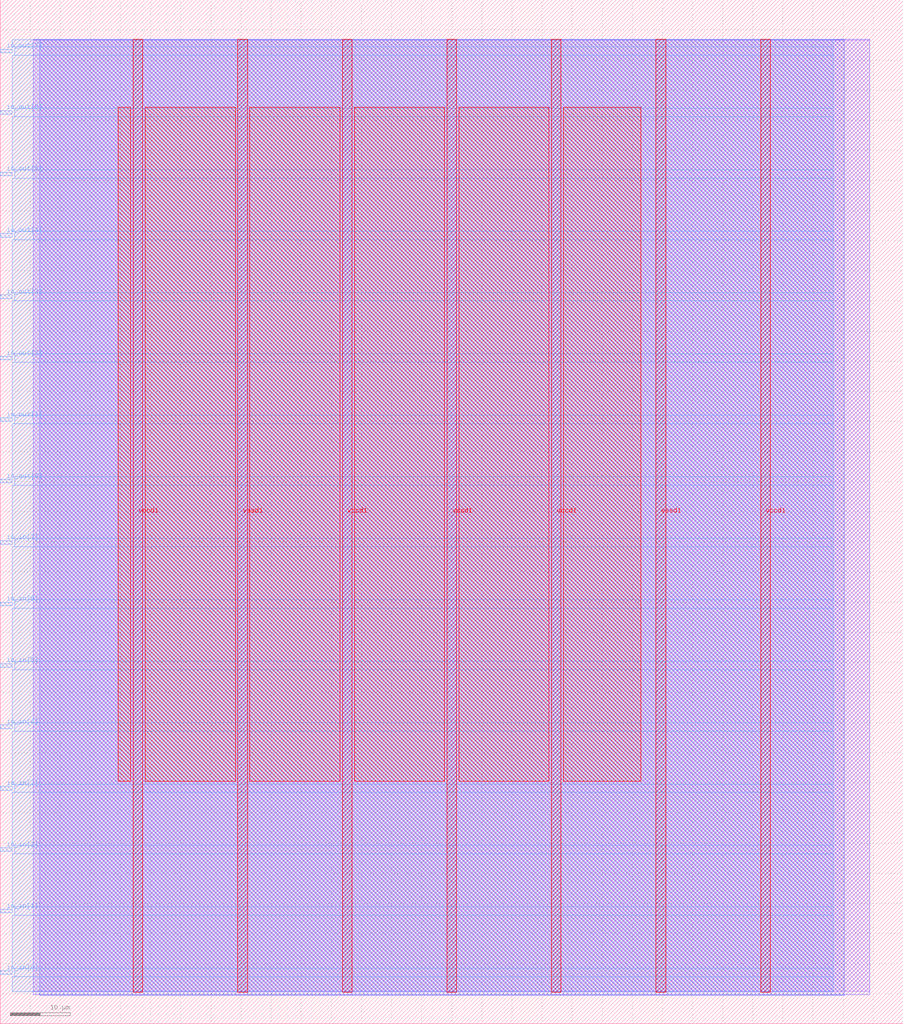
<source format=lef>
VERSION 5.7 ;
  NOWIREEXTENSIONATPIN ON ;
  DIVIDERCHAR "/" ;
  BUSBITCHARS "[]" ;
MACRO mbikovitsky_top
  CLASS BLOCK ;
  FOREIGN mbikovitsky_top ;
  ORIGIN 0.000 0.000 ;
  SIZE 150.000 BY 170.000 ;
  PIN io_in[0]
    DIRECTION INPUT ;
    USE SIGNAL ;
    PORT
      LAYER met3 ;
        RECT 0.000 8.200 2.000 8.800 ;
    END
  END io_in[0]
  PIN io_in[1]
    DIRECTION INPUT ;
    USE SIGNAL ;
    PORT
      LAYER met3 ;
        RECT 0.000 18.400 2.000 19.000 ;
    END
  END io_in[1]
  PIN io_in[2]
    DIRECTION INPUT ;
    USE SIGNAL ;
    PORT
      LAYER met3 ;
        RECT 0.000 28.600 2.000 29.200 ;
    END
  END io_in[2]
  PIN io_in[3]
    DIRECTION INPUT ;
    USE SIGNAL ;
    PORT
      LAYER met3 ;
        RECT 0.000 38.800 2.000 39.400 ;
    END
  END io_in[3]
  PIN io_in[4]
    DIRECTION INPUT ;
    USE SIGNAL ;
    PORT
      LAYER met3 ;
        RECT 0.000 49.000 2.000 49.600 ;
    END
  END io_in[4]
  PIN io_in[5]
    DIRECTION INPUT ;
    USE SIGNAL ;
    PORT
      LAYER met3 ;
        RECT 0.000 59.200 2.000 59.800 ;
    END
  END io_in[5]
  PIN io_in[6]
    DIRECTION INPUT ;
    USE SIGNAL ;
    PORT
      LAYER met3 ;
        RECT 0.000 69.400 2.000 70.000 ;
    END
  END io_in[6]
  PIN io_in[7]
    DIRECTION INPUT ;
    USE SIGNAL ;
    PORT
      LAYER met3 ;
        RECT 0.000 79.600 2.000 80.200 ;
    END
  END io_in[7]
  PIN io_out[0]
    DIRECTION OUTPUT TRISTATE ;
    USE SIGNAL ;
    PORT
      LAYER met3 ;
        RECT 0.000 89.800 2.000 90.400 ;
    END
  END io_out[0]
  PIN io_out[1]
    DIRECTION OUTPUT TRISTATE ;
    USE SIGNAL ;
    PORT
      LAYER met3 ;
        RECT 0.000 100.000 2.000 100.600 ;
    END
  END io_out[1]
  PIN io_out[2]
    DIRECTION OUTPUT TRISTATE ;
    USE SIGNAL ;
    PORT
      LAYER met3 ;
        RECT 0.000 110.200 2.000 110.800 ;
    END
  END io_out[2]
  PIN io_out[3]
    DIRECTION OUTPUT TRISTATE ;
    USE SIGNAL ;
    PORT
      LAYER met3 ;
        RECT 0.000 120.400 2.000 121.000 ;
    END
  END io_out[3]
  PIN io_out[4]
    DIRECTION OUTPUT TRISTATE ;
    USE SIGNAL ;
    PORT
      LAYER met3 ;
        RECT 0.000 130.600 2.000 131.200 ;
    END
  END io_out[4]
  PIN io_out[5]
    DIRECTION OUTPUT TRISTATE ;
    USE SIGNAL ;
    PORT
      LAYER met3 ;
        RECT 0.000 140.800 2.000 141.400 ;
    END
  END io_out[5]
  PIN io_out[6]
    DIRECTION OUTPUT TRISTATE ;
    USE SIGNAL ;
    PORT
      LAYER met3 ;
        RECT 0.000 151.000 2.000 151.600 ;
    END
  END io_out[6]
  PIN io_out[7]
    DIRECTION OUTPUT TRISTATE ;
    USE SIGNAL ;
    PORT
      LAYER met3 ;
        RECT 0.000 161.200 2.000 161.800 ;
    END
  END io_out[7]
  PIN vccd1
    DIRECTION INOUT ;
    USE POWER ;
    PORT
      LAYER met4 ;
        RECT 22.090 5.200 23.690 163.440 ;
    END
    PORT
      LAYER met4 ;
        RECT 56.830 5.200 58.430 163.440 ;
    END
    PORT
      LAYER met4 ;
        RECT 91.570 5.200 93.170 163.440 ;
    END
    PORT
      LAYER met4 ;
        RECT 126.310 5.200 127.910 163.440 ;
    END
  END vccd1
  PIN vssd1
    DIRECTION INOUT ;
    USE GROUND ;
    PORT
      LAYER met4 ;
        RECT 39.460 5.200 41.060 163.440 ;
    END
    PORT
      LAYER met4 ;
        RECT 74.200 5.200 75.800 163.440 ;
    END
    PORT
      LAYER met4 ;
        RECT 108.940 5.200 110.540 163.440 ;
    END
  END vssd1
  OBS
      LAYER li1 ;
        RECT 5.520 5.355 144.440 163.285 ;
      LAYER met1 ;
        RECT 5.520 4.800 144.440 163.440 ;
      LAYER met2 ;
        RECT 6.530 4.770 140.200 163.385 ;
      LAYER met3 ;
        RECT 2.000 162.200 138.395 163.365 ;
        RECT 2.400 160.800 138.395 162.200 ;
        RECT 2.000 152.000 138.395 160.800 ;
        RECT 2.400 150.600 138.395 152.000 ;
        RECT 2.000 141.800 138.395 150.600 ;
        RECT 2.400 140.400 138.395 141.800 ;
        RECT 2.000 131.600 138.395 140.400 ;
        RECT 2.400 130.200 138.395 131.600 ;
        RECT 2.000 121.400 138.395 130.200 ;
        RECT 2.400 120.000 138.395 121.400 ;
        RECT 2.000 111.200 138.395 120.000 ;
        RECT 2.400 109.800 138.395 111.200 ;
        RECT 2.000 101.000 138.395 109.800 ;
        RECT 2.400 99.600 138.395 101.000 ;
        RECT 2.000 90.800 138.395 99.600 ;
        RECT 2.400 89.400 138.395 90.800 ;
        RECT 2.000 80.600 138.395 89.400 ;
        RECT 2.400 79.200 138.395 80.600 ;
        RECT 2.000 70.400 138.395 79.200 ;
        RECT 2.400 69.000 138.395 70.400 ;
        RECT 2.000 60.200 138.395 69.000 ;
        RECT 2.400 58.800 138.395 60.200 ;
        RECT 2.000 50.000 138.395 58.800 ;
        RECT 2.400 48.600 138.395 50.000 ;
        RECT 2.000 39.800 138.395 48.600 ;
        RECT 2.400 38.400 138.395 39.800 ;
        RECT 2.000 29.600 138.395 38.400 ;
        RECT 2.400 28.200 138.395 29.600 ;
        RECT 2.000 19.400 138.395 28.200 ;
        RECT 2.400 18.000 138.395 19.400 ;
        RECT 2.000 9.200 138.395 18.000 ;
        RECT 2.400 7.800 138.395 9.200 ;
        RECT 2.000 5.275 138.395 7.800 ;
      LAYER met4 ;
        RECT 19.615 40.295 21.690 152.145 ;
        RECT 24.090 40.295 39.060 152.145 ;
        RECT 41.460 40.295 56.430 152.145 ;
        RECT 58.830 40.295 73.800 152.145 ;
        RECT 76.200 40.295 91.170 152.145 ;
        RECT 93.570 40.295 106.425 152.145 ;
  END
END mbikovitsky_top
END LIBRARY


</source>
